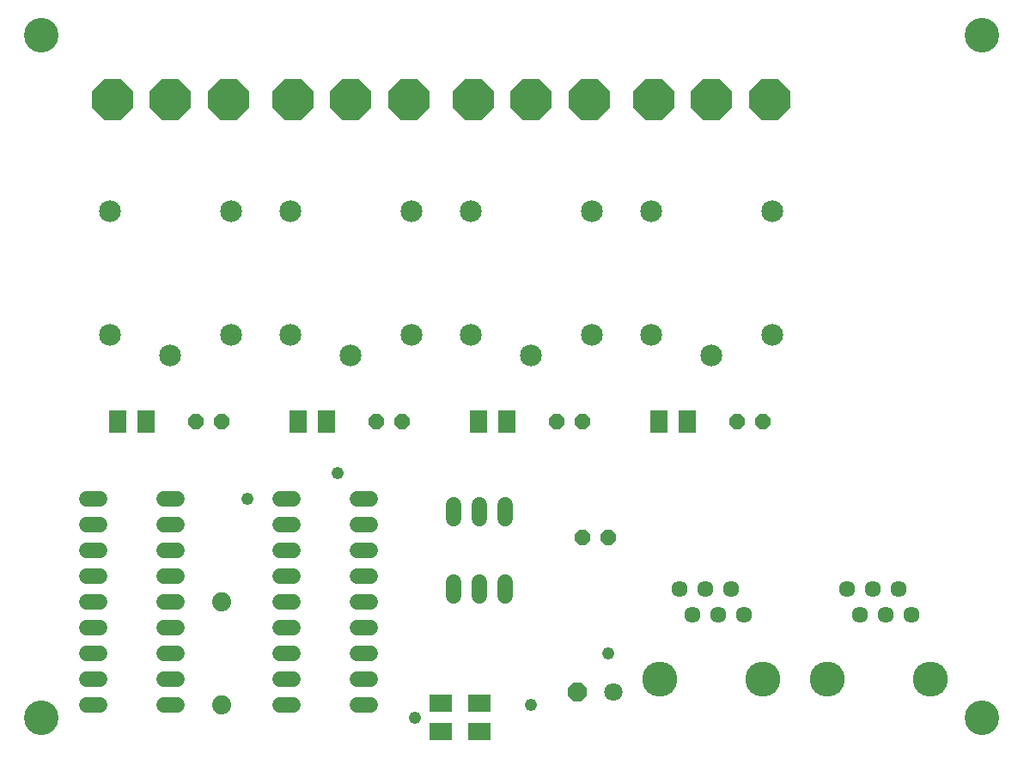
<source format=gts>
G75*
G70*
%OFA0B0*%
%FSLAX24Y24*%
%IPPOS*%
%LPD*%
%AMOC8*
5,1,8,0,0,1.08239X$1,22.5*
%
%ADD10C,0.1340*%
%ADD11R,0.0710X0.0867*%
%ADD12OC8,0.0600*%
%ADD13C,0.0634*%
%ADD14C,0.1360*%
%ADD15C,0.0600*%
%ADD16C,0.0740*%
%ADD17OC8,0.0710*%
%ADD18C,0.0710*%
%ADD19R,0.0867X0.0710*%
%ADD20C,0.0848*%
%ADD21OC8,0.1580*%
%ADD22C,0.0480*%
D10*
X003600Y001704D03*
X040100Y001704D03*
X040100Y028204D03*
X003600Y028204D03*
D11*
X006549Y013204D03*
X007651Y013204D03*
X013549Y013204D03*
X014651Y013204D03*
X020549Y013204D03*
X021651Y013204D03*
X027549Y013204D03*
X028651Y013204D03*
D12*
X030600Y013204D03*
X031600Y013204D03*
X025600Y008704D03*
X024600Y008704D03*
X024600Y013204D03*
X023600Y013204D03*
X017600Y013204D03*
X016600Y013204D03*
X010600Y013204D03*
X009600Y013204D03*
D13*
X028350Y006704D03*
X029350Y006704D03*
X030350Y006704D03*
X029850Y005704D03*
X028850Y005704D03*
X030850Y005704D03*
X034850Y006704D03*
X035850Y006704D03*
X036850Y006704D03*
X036350Y005704D03*
X037350Y005704D03*
X035350Y005704D03*
D14*
X034100Y003204D03*
X031600Y003204D03*
X027600Y003204D03*
X038100Y003204D03*
D15*
X021600Y006444D02*
X021600Y006964D01*
X020600Y006964D02*
X020600Y006444D01*
X019600Y006444D02*
X019600Y006964D01*
X019600Y009444D02*
X019600Y009964D01*
X020600Y009964D02*
X020600Y009444D01*
X021600Y009444D02*
X021600Y009964D01*
X016360Y010204D02*
X015840Y010204D01*
X015840Y009204D02*
X016360Y009204D01*
X016360Y008204D02*
X015840Y008204D01*
X015840Y007204D02*
X016360Y007204D01*
X016360Y006204D02*
X015840Y006204D01*
X015840Y005204D02*
X016360Y005204D01*
X016360Y004204D02*
X015840Y004204D01*
X015840Y003204D02*
X016360Y003204D01*
X016360Y002204D02*
X015840Y002204D01*
X013360Y002204D02*
X012840Y002204D01*
X012840Y003204D02*
X013360Y003204D01*
X013360Y004204D02*
X012840Y004204D01*
X012840Y005204D02*
X013360Y005204D01*
X013360Y006204D02*
X012840Y006204D01*
X012840Y007204D02*
X013360Y007204D01*
X013360Y008204D02*
X012840Y008204D01*
X012840Y009204D02*
X013360Y009204D01*
X013360Y010204D02*
X012840Y010204D01*
X008860Y010204D02*
X008340Y010204D01*
X008340Y009204D02*
X008860Y009204D01*
X008860Y008204D02*
X008340Y008204D01*
X008340Y007204D02*
X008860Y007204D01*
X008860Y006204D02*
X008340Y006204D01*
X008340Y005204D02*
X008860Y005204D01*
X008860Y004204D02*
X008340Y004204D01*
X008340Y003204D02*
X008860Y003204D01*
X008860Y002204D02*
X008340Y002204D01*
X005860Y002204D02*
X005340Y002204D01*
X005340Y003204D02*
X005860Y003204D01*
X005860Y004204D02*
X005340Y004204D01*
X005340Y005204D02*
X005860Y005204D01*
X005860Y006204D02*
X005340Y006204D01*
X005340Y007204D02*
X005860Y007204D01*
X005860Y008204D02*
X005340Y008204D01*
X005340Y009204D02*
X005860Y009204D01*
X005860Y010204D02*
X005340Y010204D01*
D16*
X010600Y006204D03*
X010600Y002204D03*
D17*
X024400Y002704D03*
D18*
X025800Y002704D03*
D19*
X020600Y002255D03*
X020600Y001153D03*
X019100Y001153D03*
X019100Y002255D03*
D20*
X015600Y015779D03*
X013238Y016566D03*
X010962Y016566D03*
X008600Y015779D03*
X006238Y016566D03*
X006238Y021369D03*
X010962Y021369D03*
X013238Y021369D03*
X017962Y021369D03*
X020238Y021369D03*
X024962Y021369D03*
X027238Y021369D03*
X031962Y021369D03*
X031962Y016566D03*
X029600Y015779D03*
X027238Y016566D03*
X024962Y016566D03*
X022600Y015779D03*
X020238Y016566D03*
X017962Y016566D03*
D21*
X017850Y025704D03*
X015600Y025704D03*
X013350Y025704D03*
X010850Y025704D03*
X008600Y025704D03*
X006350Y025704D03*
X020350Y025704D03*
X022600Y025704D03*
X024850Y025704D03*
X027350Y025704D03*
X029600Y025704D03*
X031850Y025704D03*
D22*
X015100Y011204D03*
X011600Y010204D03*
X022600Y002204D03*
X025600Y004204D03*
X018100Y001704D03*
M02*

</source>
